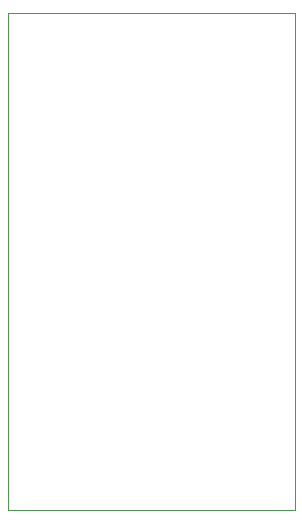
<source format=gbr>
%TF.GenerationSoftware,KiCad,Pcbnew,7.0.5-0*%
%TF.CreationDate,2023-07-31T21:18:35+02:00*%
%TF.ProjectId,wireless-wizard-wand,77697265-6c65-4737-932d-77697a617264,rev?*%
%TF.SameCoordinates,Original*%
%TF.FileFunction,Profile,NP*%
%FSLAX46Y46*%
G04 Gerber Fmt 4.6, Leading zero omitted, Abs format (unit mm)*
G04 Created by KiCad (PCBNEW 7.0.5-0) date 2023-07-31 21:18:35*
%MOMM*%
%LPD*%
G01*
G04 APERTURE LIST*
%TA.AperFunction,Profile*%
%ADD10C,0.100000*%
%TD*%
G04 APERTURE END LIST*
D10*
X81400000Y-28300000D02*
X105700000Y-28300000D01*
X105700000Y-70400000D01*
X81400000Y-70400000D01*
X81400000Y-28300000D01*
M02*

</source>
